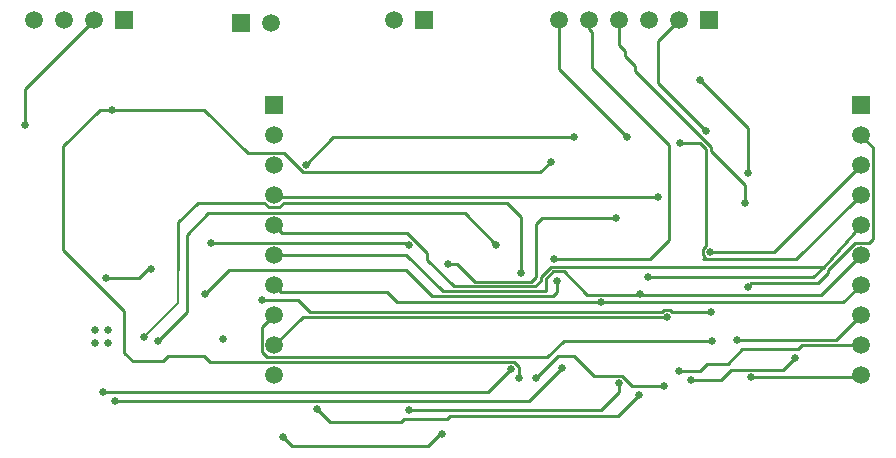
<source format=gbl>
G04 Layer_Physical_Order=2*
G04 Layer_Color=16711680*
%FSLAX25Y25*%
%MOIN*%
G70*
G01*
G75*
%ADD21R,0.05906X0.05906*%
%ADD27C,0.01000*%
%ADD31C,0.00800*%
%ADD32C,0.05906*%
%ADD33R,0.05906X0.05906*%
%ADD34C,0.02500*%
D21*
X638500Y423500D02*
D03*
X443000D02*
D03*
D27*
X601000Y401000D02*
Y416000D01*
X585000Y432000D02*
X601000Y416000D01*
X558688Y453292D02*
X559058Y452810D01*
X588600Y408200D02*
X600000Y396800D01*
X571000Y445000D02*
X578000Y452000D01*
X571000Y431000D02*
Y445000D01*
Y431000D02*
X587000Y415000D01*
X549000Y435876D02*
Y447792D01*
X548000Y448792D02*
X549000Y447792D01*
Y435876D02*
X574676Y410200D01*
X548000Y448792D02*
Y452000D01*
X574676Y378476D02*
Y410200D01*
X558326Y452612D02*
X558688Y453292D01*
X558326Y452612D02*
X559058Y452810D01*
X560000Y439823D02*
X563360Y436463D01*
X558000Y443547D02*
X560000Y441547D01*
Y439823D02*
Y441547D01*
X558000Y443547D02*
Y452000D01*
Y452524D02*
X558326Y452612D01*
X558000Y452000D02*
X558326Y452612D01*
X558000Y452000D02*
Y452524D01*
X563360Y434925D02*
Y436463D01*
Y434925D02*
X588600Y409685D01*
Y408200D02*
Y409685D01*
X586050Y373527D02*
X586788Y372788D01*
X586050Y373527D02*
Y375473D01*
X587000Y376423D01*
Y409022D01*
X585022Y411000D02*
X587000Y409022D01*
X578382Y411000D02*
X585022D01*
X600000Y391000D02*
Y396800D01*
X637000Y372000D02*
X638500D01*
X547450Y360150D02*
X564996D01*
X414000Y380350D02*
X421050Y387400D01*
X414000Y354600D02*
Y380350D01*
X421050Y387400D02*
X441169D01*
X422000Y377553D02*
X487447D01*
X488000Y377000D01*
X487323Y381000D02*
X494000Y374323D01*
Y372000D02*
Y374323D01*
Y372000D02*
X502962Y363038D01*
X445500Y381000D02*
X487323D01*
X502962Y363038D02*
X530053D01*
X441169Y387400D02*
X441321Y387553D01*
X444831Y387400D02*
X506600D01*
X444679Y387553D02*
X444831Y387400D01*
X506600D02*
X517000Y377000D01*
X444679Y389447D02*
X446232Y391000D01*
X441321Y389447D02*
X444679D01*
X446232Y391000D02*
X520700D01*
X439769D02*
X441321Y389447D01*
X417500Y391000D02*
X439769D01*
X520700D02*
X525450Y386250D01*
X411000Y384500D02*
X417500Y391000D01*
X443000Y383500D02*
X445500Y381000D01*
X517000Y377000D02*
X517600D01*
X427900Y368500D02*
X486900D01*
X420000Y360600D02*
X427900Y368500D01*
X486900D02*
X495615Y359785D01*
X411000Y368500D02*
Y384500D01*
X404300Y344900D02*
X414000Y354600D01*
X401000Y369000D02*
X402000D01*
X398000Y366000D02*
X401000Y369000D01*
X387000Y366000D02*
X398000D01*
X494377Y310000D02*
X498377Y314000D01*
X449000Y310000D02*
X494377D01*
X446000Y313000D02*
X449000Y310000D01*
X485377Y318000D02*
X486227Y318850D01*
X557500Y320000D02*
X564500Y327000D01*
X501623Y320000D02*
X557500D01*
X500473Y318850D02*
X501623Y320000D01*
X552100Y322000D02*
X558000Y327900D01*
X488000Y322000D02*
X552100D01*
X486227Y318850D02*
X500473D01*
X461500Y318000D02*
X485377D01*
X457400Y322100D02*
X461500Y318000D01*
X637000Y402000D02*
X638500D01*
X637000Y362000D02*
X638500D01*
X637000Y352000D02*
X638500D01*
X637500Y333000D02*
X638500Y332000D01*
Y412000D02*
X640000D01*
X637000Y392000D02*
X638500D01*
X637000Y343500D02*
X638500Y342000D01*
X600843Y362907D02*
X602093Y364157D01*
X495615Y359785D02*
X535858D01*
X599105Y342105D02*
X617495D01*
X528750Y364638D02*
X530200Y366088D01*
Y383750D02*
X532250Y385800D01*
X440750Y339400D02*
X534028D01*
X533550Y365550D02*
X536082Y368082D01*
X499200Y361438D02*
X533488D01*
X531806Y364791D02*
Y366168D01*
X443000Y363500D02*
X445400Y361100D01*
X480800D01*
X552100Y357200D02*
Y357800D01*
X527978Y324900D02*
X538878Y335800D01*
X386200Y327700D02*
X514200D01*
X626182Y369682D02*
X638500Y383500D01*
X509862Y364638D02*
X528750D01*
X441321Y387553D02*
X444679D01*
X532250Y385800D02*
X557000D01*
X530200Y366088D02*
Y383750D01*
X504000Y370500D02*
X509862Y364638D01*
X501000Y370500D02*
X504000D01*
X602093Y364157D02*
X624207D01*
X537323Y361250D02*
Y364927D01*
X535858Y359785D02*
X537323Y361250D01*
X525450Y367550D02*
Y386250D01*
X438900Y341250D02*
X440750Y339400D01*
X438900Y341250D02*
Y349400D01*
X443000Y353500D01*
X538000Y435532D02*
Y452000D01*
X451000Y358500D02*
X454900Y354600D01*
X438900Y358500D02*
X451000D01*
X536082Y368082D02*
X539518D01*
X533488Y361438D02*
X533550Y365550D01*
X487138Y373500D02*
X499200Y361438D01*
X443000Y373500D02*
X487138D01*
X567500Y366300D02*
X622800D01*
X626182Y369682D01*
X531806Y366168D02*
X535320Y369682D01*
X530053Y363038D02*
X531806Y364791D01*
X484100Y357800D02*
X552100D01*
X480800Y361100D02*
X484100Y357800D01*
X389900Y324900D02*
X527978D01*
X514200Y327700D02*
X521900Y335400D01*
X386200Y327700D02*
X386484Y327984D01*
X536218Y372032D02*
X568232D01*
X530400Y332600D02*
X537700Y339900D01*
X543100D01*
X407600Y339800D02*
X419700D01*
X522950Y337800D02*
X524500Y336250D01*
X395950Y338050D02*
X405850D01*
X524500Y332600D02*
Y336250D01*
X419700Y339800D02*
X421700Y337800D01*
X522950D01*
X405850Y338050D02*
X407600Y339800D01*
X617495Y342105D02*
X618891Y343500D01*
X637000D01*
X602000Y333000D02*
X637500D01*
X597450Y345200D02*
X630200D01*
X637000Y352000D01*
X625150Y360150D02*
X637000Y372000D01*
X641350Y377500D02*
X642600Y378750D01*
X627543Y367493D02*
Y368543D01*
X624207Y364157D02*
X627543Y367493D01*
Y368543D02*
X636500Y377500D01*
X636768D01*
X636821Y377553D01*
X640179D01*
X640232Y377500D01*
X641350D01*
X617100Y372100D02*
X637000Y392000D01*
X588400Y374500D02*
X609500D01*
X637000Y402000D01*
X640000Y412000D02*
X642600Y409400D01*
Y378750D02*
Y409400D01*
X558000Y327900D02*
Y331000D01*
X632800Y357800D02*
X637000Y362000D01*
X552100Y357800D02*
X632800D01*
X564996Y360557D02*
X565593D01*
Y360150D02*
X625150D01*
X539518Y368082D02*
X547450Y360150D01*
X443000Y343500D02*
X452500Y353000D01*
X573027Y355350D02*
X574973D01*
X575723Y354600D01*
X588600D01*
X454900D02*
X572277D01*
X573027Y355350D01*
X452500Y353000D02*
X574000D01*
X612750Y335350D02*
X616700Y339300D01*
X549650Y333350D02*
X558973D01*
X543100Y339900D02*
X549650Y333350D01*
X594350Y337350D02*
X599105Y342105D01*
X534028Y339400D02*
X539628Y345000D01*
X589000D01*
X562323Y330000D02*
X573000D01*
X558973Y333350D02*
X562323Y330000D01*
X582000Y332000D02*
X592000D01*
X595350Y335350D01*
X612750D01*
X587350Y337350D02*
X594350D01*
X585000Y335000D02*
X587350Y337350D01*
X578000Y335000D02*
X585000D01*
X372700Y375100D02*
X393050Y354750D01*
Y340950D02*
Y354750D01*
Y340950D02*
X395950Y338050D01*
X462700Y412700D02*
X542815D01*
X453600Y403600D02*
X462700Y412700D01*
X434216Y407553D02*
X446324D01*
X452627Y401250D01*
X372700Y375100D02*
Y409700D01*
X385000Y422000D02*
X389000D01*
X419768D01*
X372700Y409700D02*
X385000Y422000D01*
X419768D02*
X434216Y407553D01*
X452627Y401250D02*
X531750D01*
X531800Y401200D01*
X535200Y404600D01*
X360000Y429000D02*
X383000Y452000D01*
X360000Y417000D02*
Y429000D01*
X535320Y369682D02*
X626182D01*
X586100Y372100D02*
X617100D01*
X559058Y452810D02*
X559058Y452810D01*
X538000Y435532D02*
X560532Y413000D01*
X586100Y372100D02*
X586788Y372788D01*
X568232Y372032D02*
X574676Y378476D01*
X443000Y393500D02*
X443500Y393000D01*
X571000D01*
D31*
X411000Y357511D02*
Y368500D01*
X399635Y346146D02*
X411000Y357511D01*
D32*
X638500Y413500D02*
D03*
Y393500D02*
D03*
Y383500D02*
D03*
Y373500D02*
D03*
Y363500D02*
D03*
Y353500D02*
D03*
Y343500D02*
D03*
Y333500D02*
D03*
Y403500D02*
D03*
X443000Y413500D02*
D03*
Y393500D02*
D03*
Y383500D02*
D03*
Y373500D02*
D03*
Y363500D02*
D03*
Y353500D02*
D03*
Y343500D02*
D03*
Y333500D02*
D03*
Y403500D02*
D03*
X442000Y451000D02*
D03*
X383000Y452000D02*
D03*
X373000D02*
D03*
X363000D02*
D03*
X483000D02*
D03*
X538000D02*
D03*
X548000D02*
D03*
X558000D02*
D03*
X568000D02*
D03*
X578000D02*
D03*
D33*
X432000Y451000D02*
D03*
X393000Y452000D02*
D03*
X493000D02*
D03*
X588000D02*
D03*
D34*
X601000Y401000D02*
D03*
X587000Y415000D02*
D03*
X600000Y391000D02*
D03*
X585000Y432000D02*
D03*
X425900Y345500D02*
D03*
X422000Y377553D02*
D03*
X488000Y377000D02*
D03*
X517000D02*
D03*
X402000Y369000D02*
D03*
X387000Y366000D02*
D03*
X383335Y348665D02*
D03*
X387665D02*
D03*
X383335Y344335D02*
D03*
X387665D02*
D03*
X446000Y313000D02*
D03*
X499000Y314000D02*
D03*
X488000Y322000D02*
D03*
X542815Y412700D02*
D03*
X453600Y403600D02*
D03*
X557000Y385800D02*
D03*
X501000Y370500D02*
D03*
X588400Y374500D02*
D03*
X600843Y362907D02*
D03*
X602000Y333000D02*
D03*
X537323Y364927D02*
D03*
X420000Y360600D02*
D03*
X525450Y367550D02*
D03*
X404300Y344900D02*
D03*
X597450Y345200D02*
D03*
X564500Y327000D02*
D03*
X457400Y322100D02*
D03*
X588600Y354600D02*
D03*
X438900Y358500D02*
D03*
X567500Y366300D02*
D03*
X538878Y335800D02*
D03*
X389900Y324900D02*
D03*
X521900Y335400D02*
D03*
X536218Y372032D02*
D03*
X616700Y339300D02*
D03*
X530400Y332600D02*
D03*
X524500D02*
D03*
X535200Y404600D02*
D03*
X558000Y331000D02*
D03*
X385900Y327900D02*
D03*
X552100Y357800D02*
D03*
X564996Y360557D02*
D03*
X574000Y353000D02*
D03*
X589000Y345000D02*
D03*
X573000Y330000D02*
D03*
X582000Y332000D02*
D03*
X578000Y335000D02*
D03*
X399635Y346146D02*
D03*
X389000Y422000D02*
D03*
X360000Y417000D02*
D03*
X560532Y413000D02*
D03*
X571000Y393000D02*
D03*
X578382Y411000D02*
D03*
M02*

</source>
